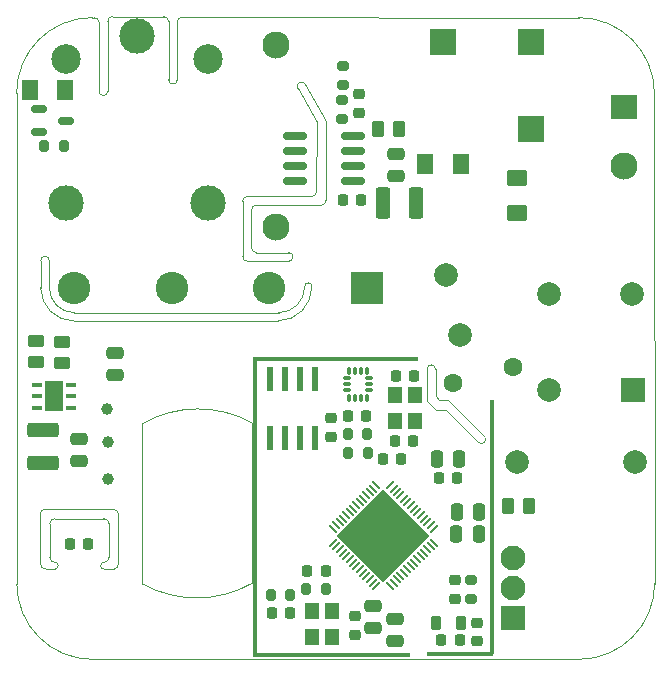
<source format=gbr>
%TF.GenerationSoftware,KiCad,Pcbnew,7.0.1*%
%TF.CreationDate,2023-04-03T11:39:16+02:00*%
%TF.ProjectId,smart_power_socket-54x54x1.6mm_3Cu,736d6172-745f-4706-9f77-65725f736f63,rev?*%
%TF.SameCoordinates,Original*%
%TF.FileFunction,Soldermask,Top*%
%TF.FilePolarity,Negative*%
%FSLAX46Y46*%
G04 Gerber Fmt 4.6, Leading zero omitted, Abs format (unit mm)*
G04 Created by KiCad (PCBNEW 7.0.1) date 2023-04-03 11:39:16*
%MOMM*%
%LPD*%
G01*
G04 APERTURE LIST*
G04 Aperture macros list*
%AMRoundRect*
0 Rectangle with rounded corners*
0 $1 Rounding radius*
0 $2 $3 $4 $5 $6 $7 $8 $9 X,Y pos of 4 corners*
0 Add a 4 corners polygon primitive as box body*
4,1,4,$2,$3,$4,$5,$6,$7,$8,$9,$2,$3,0*
0 Add four circle primitives for the rounded corners*
1,1,$1+$1,$2,$3*
1,1,$1+$1,$4,$5*
1,1,$1+$1,$6,$7*
1,1,$1+$1,$8,$9*
0 Add four rect primitives between the rounded corners*
20,1,$1+$1,$2,$3,$4,$5,0*
20,1,$1+$1,$4,$5,$6,$7,0*
20,1,$1+$1,$6,$7,$8,$9,0*
20,1,$1+$1,$8,$9,$2,$3,0*%
%AMRotRect*
0 Rectangle, with rotation*
0 The origin of the aperture is its center*
0 $1 length*
0 $2 width*
0 $3 Rotation angle, in degrees counterclockwise*
0 Add horizontal line*
21,1,$1,$2,0,0,$3*%
G04 Aperture macros list end*
%ADD10RoundRect,0.218750X0.218750X0.381250X-0.218750X0.381250X-0.218750X-0.381250X0.218750X-0.381250X0*%
%ADD11RoundRect,0.200000X-0.200000X-0.275000X0.200000X-0.275000X0.200000X0.275000X-0.200000X0.275000X0*%
%ADD12RoundRect,0.250000X-0.450000X0.262500X-0.450000X-0.262500X0.450000X-0.262500X0.450000X0.262500X0*%
%ADD13RoundRect,0.225000X-0.250000X0.225000X-0.250000X-0.225000X0.250000X-0.225000X0.250000X0.225000X0*%
%ADD14RoundRect,0.250000X1.075000X-0.375000X1.075000X0.375000X-1.075000X0.375000X-1.075000X-0.375000X0*%
%ADD15RoundRect,0.250000X0.475000X-0.250000X0.475000X0.250000X-0.475000X0.250000X-0.475000X-0.250000X0*%
%ADD16C,1.000000*%
%ADD17RoundRect,0.200000X-0.275000X0.200000X-0.275000X-0.200000X0.275000X-0.200000X0.275000X0.200000X0*%
%ADD18RoundRect,0.150000X-0.512500X-0.150000X0.512500X-0.150000X0.512500X0.150000X-0.512500X0.150000X0*%
%ADD19RoundRect,0.225000X0.225000X0.250000X-0.225000X0.250000X-0.225000X-0.250000X0.225000X-0.250000X0*%
%ADD20RoundRect,0.200000X0.275000X-0.200000X0.275000X0.200000X-0.275000X0.200000X-0.275000X-0.200000X0*%
%ADD21RoundRect,0.250000X0.250000X0.475000X-0.250000X0.475000X-0.250000X-0.475000X0.250000X-0.475000X0*%
%ADD22RoundRect,0.250001X0.462499X0.624999X-0.462499X0.624999X-0.462499X-0.624999X0.462499X-0.624999X0*%
%ADD23RoundRect,0.250000X0.450000X-0.262500X0.450000X0.262500X-0.450000X0.262500X-0.450000X-0.262500X0*%
%ADD24R,0.840000X0.420000*%
%ADD25R,1.600000X2.500000*%
%ADD26RoundRect,0.225000X-0.225000X-0.250000X0.225000X-0.250000X0.225000X0.250000X-0.225000X0.250000X0*%
%ADD27RoundRect,0.225000X0.250000X-0.225000X0.250000X0.225000X-0.250000X0.225000X-0.250000X-0.225000X0*%
%ADD28RoundRect,0.250001X-0.624999X0.462499X-0.624999X-0.462499X0.624999X-0.462499X0.624999X0.462499X0*%
%ADD29RoundRect,0.150000X-0.825000X-0.150000X0.825000X-0.150000X0.825000X0.150000X-0.825000X0.150000X0*%
%ADD30R,1.200000X1.400000*%
%ADD31RoundRect,0.041300X-0.253700X0.948700X-0.253700X-0.948700X0.253700X-0.948700X0.253700X0.948700X0*%
%ADD32RoundRect,0.050000X0.309359X-0.238649X-0.238649X0.309359X-0.309359X0.238649X0.238649X-0.309359X0*%
%ADD33RoundRect,0.050000X0.309359X0.238649X0.238649X0.309359X-0.309359X-0.238649X-0.238649X-0.309359X0*%
%ADD34RotRect,5.600000X5.600000X135.000000*%
%ADD35RoundRect,0.250000X0.262500X0.450000X-0.262500X0.450000X-0.262500X-0.450000X0.262500X-0.450000X0*%
%ADD36R,0.400000X21.500000*%
%ADD37R,0.400000X25.400000*%
%ADD38R,2.195000X2.195000*%
%ADD39RoundRect,0.250000X0.375000X1.075000X-0.375000X1.075000X-0.375000X-1.075000X0.375000X-1.075000X0*%
%ADD40R,14.000000X0.400000*%
%ADD41R,5.700000X0.400000*%
%ADD42RoundRect,0.250000X-0.250000X-0.475000X0.250000X-0.475000X0.250000X0.475000X-0.250000X0.475000X0*%
%ADD43RoundRect,0.087500X-0.087500X0.225000X-0.087500X-0.225000X0.087500X-0.225000X0.087500X0.225000X0*%
%ADD44RoundRect,0.087500X-0.225000X0.087500X-0.225000X-0.087500X0.225000X-0.087500X0.225000X0.087500X0*%
%ADD45R,13.300000X0.400000*%
%ADD46C,1.600000*%
%ADD47C,3.000000*%
%ADD48C,2.500000*%
%ADD49C,2.010000*%
%ADD50R,2.743200X2.743200*%
%ADD51C,2.743200*%
%ADD52R,2.000000X2.000000*%
%ADD53C,2.000000*%
%ADD54R,2.300000X2.000000*%
%ADD55C,2.300000*%
%ADD56R,2.100000X2.100000*%
%ADD57C,2.100000*%
%TA.AperFunction,Profile*%
%ADD58C,0.100000*%
%TD*%
G04 APERTURE END LIST*
D10*
%TO.C,L1*%
X151640000Y-121300000D03*
X149515000Y-121300000D03*
%TD*%
D11*
%TO.C,ER2*%
X138574924Y-118422000D03*
X140224924Y-118422000D03*
%TD*%
D12*
%TO.C,AR1*%
X117849924Y-97509500D03*
X117849924Y-99334500D03*
%TD*%
D13*
%TO.C,EC15*%
X142670000Y-120765000D03*
X142670000Y-122315000D03*
%TD*%
D14*
%TO.C,AL1*%
X116259924Y-107830000D03*
X116259924Y-105030000D03*
%TD*%
D15*
%TO.C,AC1*%
X119320000Y-107650000D03*
X119320000Y-105750000D03*
%TD*%
D16*
%TO.C,TP3*%
X121710000Y-103190000D03*
%TD*%
D17*
%TO.C,ER5*%
X141629924Y-74172000D03*
X141629924Y-75822000D03*
%TD*%
D18*
%TO.C,RQ1*%
X115952500Y-77850000D03*
X115952500Y-79750000D03*
X118227500Y-78800000D03*
%TD*%
D19*
%TO.C,EC19*%
X143214924Y-85547000D03*
X141664924Y-85547000D03*
%TD*%
%TO.C,ATH20_C1*%
X120120000Y-114650000D03*
X118570000Y-114650000D03*
%TD*%
D20*
%TO.C,ER1*%
X152529924Y-119337000D03*
X152529924Y-117687000D03*
%TD*%
D21*
%TO.C,EC3*%
X153199924Y-111902000D03*
X151299924Y-111902000D03*
%TD*%
D20*
%TO.C,ER4*%
X141599924Y-78672000D03*
X141599924Y-77022000D03*
%TD*%
D19*
%TO.C,IMUC1*%
X143654924Y-103812000D03*
X142104924Y-103812000D03*
%TD*%
D22*
%TO.C,HLD1*%
X151617424Y-82492000D03*
X148642424Y-82492000D03*
%TD*%
D23*
%TO.C,AR2*%
X115670000Y-99272500D03*
X115670000Y-97447500D03*
%TD*%
D24*
%TO.C,AU1*%
X115734924Y-101192000D03*
X115734924Y-102142000D03*
X115734924Y-103092000D03*
X118604924Y-103092000D03*
X118604924Y-102142000D03*
X118604924Y-101192000D03*
D25*
X117169924Y-102142000D03*
%TD*%
D26*
%TO.C,EC10*%
X149995000Y-122810000D03*
X151545000Y-122810000D03*
%TD*%
D27*
%TO.C,EC1*%
X151159924Y-119277000D03*
X151159924Y-117727000D03*
%TD*%
%TO.C,AUC1*%
X140689924Y-105547000D03*
X140689924Y-103997000D03*
%TD*%
D28*
%TO.C,PWR_FUSE1*%
X156370000Y-83650000D03*
X156370000Y-86625000D03*
%TD*%
D29*
%TO.C,ACS1*%
X137604924Y-80132000D03*
X137604924Y-81402000D03*
X137604924Y-82672000D03*
X137604924Y-83942000D03*
X142554924Y-83942000D03*
X142554924Y-82672000D03*
X142554924Y-81402000D03*
X142554924Y-80132000D03*
%TD*%
D30*
%TO.C,ECY1*%
X146089924Y-102062000D03*
X146089924Y-104262000D03*
X147789924Y-104262000D03*
X147789924Y-102062000D03*
%TD*%
D15*
%TO.C,EC4*%
X144210000Y-121800000D03*
X144210000Y-119900000D03*
%TD*%
%TO.C,HLC1*%
X146189924Y-83532000D03*
X146189924Y-81632000D03*
%TD*%
D30*
%TO.C,ECY2*%
X140759924Y-122512000D03*
X140759924Y-120312000D03*
X139059924Y-120312000D03*
X139059924Y-122512000D03*
%TD*%
D11*
%TO.C,RR1*%
X116395000Y-80990000D03*
X118045000Y-80990000D03*
%TD*%
D16*
%TO.C,TP2*%
X121790000Y-105970000D03*
%TD*%
D13*
%TO.C,EC18*%
X143039924Y-76582000D03*
X143039924Y-78132000D03*
%TD*%
D22*
%TO.C,HLD3*%
X118145000Y-76180000D03*
X115170000Y-76180000D03*
%TD*%
D31*
%TO.C,U1*%
X139284924Y-100719500D03*
X138014924Y-100719500D03*
X136744924Y-100719500D03*
X135474924Y-100719500D03*
X135474924Y-105659500D03*
X136744924Y-105659500D03*
X138014924Y-105659500D03*
X139284924Y-105659500D03*
%TD*%
D19*
%TO.C,EC17*%
X137200000Y-120480000D03*
X135650000Y-120480000D03*
%TD*%
D32*
%TO.C,ESP32S1*%
X145687126Y-118216208D03*
X145969969Y-117933365D03*
X146252811Y-117650523D03*
X146535654Y-117367680D03*
X146818497Y-117084837D03*
X147101339Y-116801995D03*
X147384182Y-116519152D03*
X147667025Y-116236309D03*
X147949868Y-115953466D03*
X148232710Y-115670624D03*
X148515553Y-115387781D03*
X148798396Y-115104938D03*
X149081238Y-114822096D03*
X149364081Y-114539253D03*
D33*
X149364081Y-113354849D03*
X149081238Y-113072006D03*
X148798396Y-112789164D03*
X148515553Y-112506321D03*
X148232710Y-112223478D03*
X147949868Y-111940636D03*
X147667025Y-111657793D03*
X147384182Y-111374950D03*
X147101339Y-111092107D03*
X146818497Y-110809265D03*
X146535654Y-110526422D03*
X146252811Y-110243579D03*
X145969969Y-109960737D03*
X145687126Y-109677894D03*
D32*
X144502722Y-109677894D03*
X144219879Y-109960737D03*
X143937037Y-110243579D03*
X143654194Y-110526422D03*
X143371351Y-110809265D03*
X143088509Y-111092107D03*
X142805666Y-111374950D03*
X142522823Y-111657793D03*
X142239980Y-111940636D03*
X141957138Y-112223478D03*
X141674295Y-112506321D03*
X141391452Y-112789164D03*
X141108610Y-113072006D03*
X140825767Y-113354849D03*
D33*
X140825767Y-114539253D03*
X141108610Y-114822096D03*
X141391452Y-115104938D03*
X141674295Y-115387781D03*
X141957138Y-115670624D03*
X142239980Y-115953466D03*
X142522823Y-116236309D03*
X142805666Y-116519152D03*
X143088509Y-116801995D03*
X143371351Y-117084837D03*
X143654194Y-117367680D03*
X143937037Y-117650523D03*
X144219879Y-117933365D03*
X144502722Y-118216208D03*
D34*
X145094924Y-113947051D03*
%TD*%
D11*
%TO.C,ER3*%
X135570000Y-119000000D03*
X137220000Y-119000000D03*
%TD*%
D35*
%TO.C,DS1*%
X157422424Y-111422000D03*
X155597424Y-111422000D03*
%TD*%
D19*
%TO.C,EC11*%
X140210000Y-116930000D03*
X138660000Y-116930000D03*
%TD*%
D13*
%TO.C,EC7*%
X153010000Y-121347000D03*
X153010000Y-122897000D03*
%TD*%
D15*
%TO.C,AC2*%
X122369924Y-100372000D03*
X122369924Y-98472000D03*
%TD*%
D36*
%TO.C,*%
X154280000Y-113210000D03*
%TD*%
D37*
%TO.C,*%
X134245000Y-111505000D03*
%TD*%
D15*
%TO.C,EC2*%
X146030000Y-122890000D03*
X146030000Y-120990000D03*
%TD*%
D38*
%TO.C,BZ1*%
X157574924Y-79547000D03*
X157574924Y-72147000D03*
X150174924Y-72147000D03*
%TD*%
D11*
%TO.C,IMR2*%
X142080000Y-105362000D03*
X143730000Y-105362000D03*
%TD*%
%TO.C,IMR1*%
X142124924Y-106982000D03*
X143774924Y-106982000D03*
%TD*%
D19*
%TO.C,EC13*%
X146584924Y-107422000D03*
X145034924Y-107422000D03*
%TD*%
D39*
%TO.C,HLL1*%
X147859924Y-85792000D03*
X145059924Y-85792000D03*
%TD*%
D26*
%TO.C,EC12*%
X146164924Y-100392000D03*
X147714924Y-100392000D03*
%TD*%
D35*
%TO.C,HLR2*%
X146432424Y-79482000D03*
X144607424Y-79482000D03*
%TD*%
D40*
%TO.C,REF\u002A\u002A*%
X141050000Y-98980000D03*
%TD*%
D16*
%TO.C,TP1*%
X121780000Y-109170000D03*
%TD*%
D41*
%TO.C,*%
X151615000Y-123965000D03*
%TD*%
D19*
%TO.C,EC14*%
X147604924Y-105962000D03*
X146054924Y-105962000D03*
%TD*%
D42*
%TO.C,EC16*%
X149589924Y-107422000D03*
X151489924Y-107422000D03*
%TD*%
D43*
%TO.C,U3*%
X143679924Y-99959500D03*
X143179924Y-99959500D03*
X142679924Y-99959500D03*
X142179924Y-99959500D03*
D44*
X142017424Y-100622000D03*
X142017424Y-101122000D03*
X142017424Y-101622000D03*
D43*
X142179924Y-102284500D03*
X142679924Y-102284500D03*
X143179924Y-102284500D03*
X143679924Y-102284500D03*
D44*
X143842424Y-101622000D03*
X143842424Y-101122000D03*
X143842424Y-100622000D03*
%TD*%
D45*
%TO.C,REF\u002A\u002A*%
X140715152Y-124004949D03*
%TD*%
D26*
%TO.C,EC8*%
X149794924Y-109102000D03*
X151344924Y-109102000D03*
%TD*%
D21*
%TO.C,EC5*%
X153159924Y-113772000D03*
X151259924Y-113772000D03*
%TD*%
D46*
%TO.C,HLV1*%
X151019924Y-101002000D03*
X156019924Y-99702000D03*
%TD*%
D47*
%TO.C,Relay1*%
X124194924Y-71607000D03*
D48*
X130244924Y-73557000D03*
D47*
X130244924Y-85757000D03*
X118194924Y-85807000D03*
D48*
X118244924Y-73557000D03*
%TD*%
D49*
%TO.C,PF1*%
X151579924Y-96952000D03*
X150379924Y-91852000D03*
%TD*%
D50*
%TO.C,J3*%
X143677924Y-92956000D03*
D51*
X135422924Y-92956000D03*
X127167924Y-92956000D03*
X118912924Y-92956000D03*
%TD*%
D52*
%TO.C,HLL2*%
X166205549Y-101650750D03*
D53*
X159138049Y-101578250D03*
X166135549Y-93522750D03*
X159088049Y-93445250D03*
%TD*%
D54*
%TO.C,HiLink1*%
X165422424Y-77622000D03*
D55*
X165422424Y-82622000D03*
X136022424Y-72422000D03*
X136022424Y-87822000D03*
%TD*%
D56*
%TO.C,TEMPDS1*%
X156040000Y-120890000D03*
D57*
X156040000Y-118350000D03*
X156040000Y-115810000D03*
%TD*%
D53*
%TO.C,HLC2*%
X156390000Y-107740000D03*
X166390000Y-107740000D03*
%TD*%
D58*
X116034099Y-112111772D02*
X116052969Y-116354114D01*
X116053012Y-116354114D02*
G75*
G03*
X116483456Y-116764113I410688J214D01*
G01*
X122643533Y-112108968D02*
G75*
G03*
X122213106Y-111698969I-410133J368D01*
G01*
X133166963Y-90296963D02*
X133169024Y-85632061D01*
X149514022Y-102110000D02*
X149514022Y-99850000D01*
X133983518Y-104398103D02*
X133983518Y-117967975D01*
X138475031Y-75704054D02*
G75*
G03*
X137833206Y-76074610I-320931J-185246D01*
G01*
X121850193Y-112910000D02*
G75*
G03*
X121419756Y-112500002I-410293J200D01*
G01*
X118920000Y-95070000D02*
X136210000Y-95070000D01*
X133580000Y-90710000D02*
X137060000Y-90710871D01*
X114049965Y-118009947D02*
X114031486Y-76477000D01*
X139031575Y-92830000D02*
G75*
G03*
X138428425Y-92830000I-301575J0D01*
G01*
X124690000Y-104455063D02*
X124690000Y-118024935D01*
X117263698Y-112493958D02*
X121419756Y-112500001D01*
X116810000Y-92960000D02*
X116810000Y-90660000D01*
X116843168Y-115784446D02*
G75*
G03*
X117273699Y-116194445I410532J46D01*
G01*
X128063037Y-70017000D02*
G75*
G03*
X127650000Y-70430000I-37J-413000D01*
G01*
X153640000Y-105505978D02*
X151100000Y-102965978D01*
X122240273Y-116774315D02*
X121440275Y-116774758D01*
X133983533Y-104398077D02*
G75*
G03*
X124690000Y-104455064I-4596133J-8285823D01*
G01*
X150395978Y-103310000D02*
X153115978Y-106030000D01*
X137060000Y-90710809D02*
G75*
G03*
X137060000Y-89969791I0J370509D01*
G01*
X139007938Y-85220975D02*
G75*
G03*
X139420975Y-84807938I-38J413075D01*
G01*
X117273699Y-116768755D02*
G75*
G03*
X117273699Y-116194445I1J287155D01*
G01*
X150560000Y-102425978D02*
X149830000Y-102425978D01*
X134332062Y-85960000D02*
X139817938Y-85960975D01*
X126898920Y-75336963D02*
G75*
G03*
X127640000Y-75336963I370540J0D01*
G01*
X134332062Y-89980000D02*
X137060000Y-89969791D01*
X140230000Y-78840000D02*
X138475001Y-75704071D01*
X133582061Y-85219024D02*
G75*
G03*
X133169024Y-85632061I39J-413076D01*
G01*
X133919025Y-89566963D02*
X133919025Y-86373037D01*
X116810000Y-90660000D02*
G75*
G03*
X116068920Y-90660000I-370540J0D01*
G01*
X126903000Y-70403037D02*
G75*
G03*
X126490000Y-69990000I-413000J37D01*
G01*
X149514022Y-99850000D02*
G75*
G03*
X148772942Y-99850000I-370540J0D01*
G01*
X139420975Y-84807938D02*
X139440000Y-78900000D01*
X168031605Y-76476965D02*
G75*
G03*
X161631486Y-70076895I-6400005J65D01*
G01*
X139440000Y-78900000D02*
X137833206Y-76074610D01*
X120431556Y-70076930D02*
X120597938Y-70076930D01*
X136170000Y-95760833D02*
G75*
G03*
X139031574Y-92830000I-23700J2885533D01*
G01*
X122240273Y-116774368D02*
G75*
G03*
X122650272Y-116343828I127J410368D01*
G01*
X126490000Y-69990000D02*
X122160000Y-69990000D01*
X127650000Y-70430000D02*
X127640000Y-75336963D01*
X116810000Y-92960000D02*
G75*
G03*
X118920000Y-95070000I2110000J0D01*
G01*
X168050035Y-118009912D02*
X168031556Y-76476965D01*
X133167000Y-90296963D02*
G75*
G03*
X133580000Y-90710000I413000J-37D01*
G01*
X122649754Y-116343828D02*
X122643593Y-112108968D01*
X118880000Y-95760871D02*
X136170000Y-95760871D01*
X122160000Y-69989963D02*
G75*
G03*
X121746963Y-70403037I0J-413037D01*
G01*
X140230975Y-85547938D02*
X140230000Y-78840000D01*
X150395978Y-103310000D02*
X149520000Y-103307058D01*
X120431556Y-70076886D02*
G75*
G03*
X114031486Y-76477000I44J-6400114D01*
G01*
X116483456Y-116764113D02*
X117273699Y-116768716D01*
X148772942Y-102560000D02*
X149520000Y-103307058D01*
X128063037Y-70016963D02*
X161631486Y-70076895D01*
X116843212Y-115784446D02*
X116853699Y-112924445D01*
X136210000Y-95070029D02*
G75*
G03*
X138428425Y-92830000I0J2218529D01*
G01*
X117263698Y-112494005D02*
G75*
G03*
X116853700Y-112924445I-198J-410295D01*
G01*
X121005883Y-76300000D02*
G75*
G03*
X121746963Y-76300000I370540J0D01*
G01*
X151100000Y-102965978D02*
X150560000Y-102425978D01*
X133919100Y-89566963D02*
G75*
G03*
X134332062Y-89980000I413000J-37D01*
G01*
X134332062Y-85960025D02*
G75*
G03*
X133919025Y-86373037I-62J-412975D01*
G01*
X120450035Y-124410017D02*
X161649965Y-124409982D01*
X121440275Y-116200442D02*
G75*
G03*
X121440275Y-116774758I25J-287158D01*
G01*
X139007938Y-85220975D02*
X133582061Y-85219024D01*
X149830000Y-102425978D02*
X149514022Y-102110000D01*
X122213106Y-111698969D02*
X116444098Y-111681285D01*
X116444098Y-111681308D02*
G75*
G03*
X116034099Y-112111772I-98J-410392D01*
G01*
X121849756Y-115770000D02*
X121850243Y-112910000D01*
X148772942Y-99850000D02*
X148772942Y-102560000D01*
X121010975Y-70489967D02*
X121005883Y-76300000D01*
X121010970Y-70489967D02*
G75*
G03*
X120597938Y-70076930I-413070J-33D01*
G01*
X126903037Y-70403037D02*
X126898920Y-75336963D01*
X124690024Y-118024892D02*
G75*
G03*
X133983518Y-117967974I4596176J8285692D01*
G01*
X116069129Y-92950000D02*
X116068920Y-90660000D01*
X116069129Y-92950000D02*
G75*
G03*
X118880000Y-95760871I2810871J0D01*
G01*
X114049983Y-118009947D02*
G75*
G03*
X120450035Y-124410017I6400217J147D01*
G01*
X139817938Y-85960975D02*
G75*
G03*
X140230975Y-85547938I-38J413075D01*
G01*
X161649965Y-124410035D02*
G75*
G03*
X168050035Y-118009912I-65J6400135D01*
G01*
X121440275Y-116200461D02*
G75*
G03*
X121850273Y-115770000I25J410461D01*
G01*
X153115978Y-106030000D02*
G75*
G03*
X153640000Y-105505978I262011J262011D01*
G01*
X121746963Y-70403037D02*
X121746963Y-76300000D01*
M02*

</source>
